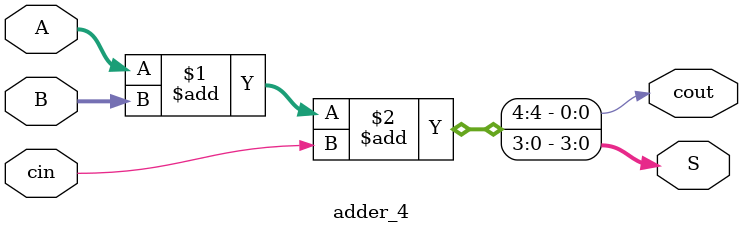
<source format=v>
module CRA64 (X,Y,Z,S,ZR,C,P,O); //CarryRippleAdder
input[63:0] X,Y;
output[63:0] Z;
output S,C,ZR,P,O;
wire c[15:1];
assign S = Z[63];
assign ZR = ~|Z;
assign P = ~^Z;
assign O =(X[63]&Y[63]&~Z[63])|(~X[63]&~Y[63]&Z[63]);
adder_4 A0(Z[3:0],c[1],X[3:0],Y[3:0],1'b0);
adder_4 A1(Z[7:4],c[2],X[7:4],Y[7:4],c[1]);
adder_4 A2(Z[11:8],c[3],X[11:8],Y[11:8],c[2]);
adder_4 A3(Z[15:12],c[4],X[15:12],Y[15:12],c[3]);
adder_4 A4(Z[19:16],c[5],X[19:16],Y[19:16],c[4]);
adder_4 A5(Z[23:20],c[6],X[23:20],Y[23:20],c[5]);
adder_4 A6(Z[27:24],c[7],X[27:24],Y[27:24],c[6]);
adder_4 A7(Z[31:28],c[8],X[31:28],Y[31:28],c[7]);
adder_4 A8(Z[35:32],c[9],X[35:32],Y[35:32],c[8]);
adder_4 A9(Z[39:36],c[10],X[39:36],Y[39:36],c[9]);
adder_4 A10(Z[43:40],c[11],X[43:40],Y[43:40],c[10]);
adder_4 A11(Z[47:44],c[12],X[47:44],Y[47:44],c[11]);
adder_4 A12(Z[51:48],c[13],X[51:48],Y[51:48],c[12]);
adder_4 A13(Z[55:52],c[14],X[55:52],Y[55:52],c[13]);
adder_4 A14(Z[59:56],c[15],X[59:56],Y[59:56],c[14]);
adder_4 A15(Z[63:60],C,X[63:60],Y[63:60],c[15]);
endmodule

module adder_4 (S,cout,A,B,cin); //4-bit CarryRippleAdder
input[3:0] A,B;
input cin;
output cout;
output [3:0] S;
assign {cout,S} = A + B + cin;
endmodule

</source>
